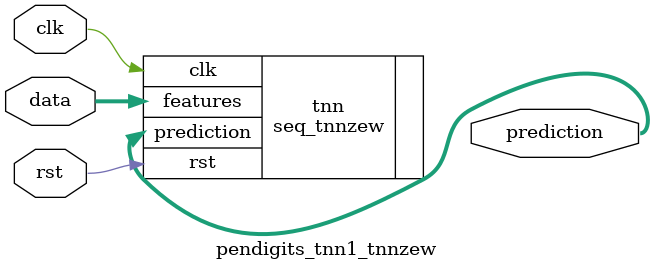
<source format=v>













module pendigits_tnn1_tnnzew #(

parameter FEAT_CNT = 16,
parameter HIDDEN_CNT = 40,
parameter FEAT_BITS = 4,
parameter CLASS_CNT = 10,
parameter TEST_CNT = 1000




  ) (
  input clk,
  input rst,
  input [FEAT_CNT*FEAT_BITS-1:0] data,
  output [$clog2(CLASS_CNT)-1:0] prediction
  );

  seq_tnnzew #(
      .FEAT_CNT(FEAT_CNT),.FEAT_BITS(FEAT_BITS),.HIDDEN_CNT(HIDDEN_CNT),.CLASS_CNT(CLASS_CNT),
  .SPARSE_VALS(640'b0100100000101010010010000000101001100001000010101001001000010001000100000000000010010010100000010100100100100101100010101111010001001101110000001011001010100101010110100000001110101001000010101111101100010000010010100101001010100000000110100000010000000110010000010011100010001011110100000110110110000010101000000000101010100100000110100001000000011010110000101011110010110000000011010100101000000000111010001111010010100001100000000100000101101000010000000000111011111000000100110001000001011000010010101100000010101100000001100001011000000001101000000010011000000000000110101110111110000101000100000101101010110010000000110101000001001001),
  .MASK(640'b1111100110101011111110101011111111110001100110111011001100010011101110011010010011011011100000111110100101101111101011111111010111001111111110101011101111111111111110110101111110111011001111111111111100011111010111111111111111111111100110101110111000010110111111110011101110011011110110111111110110011110111110101000101111111110101110110011101010011010111101111011111011111111010111011111101010000001111011011111111111101001100000001111111101101011110101110001111011111011101101111111100011111101111110101111000111111100100011101111111101000001111011101110011010100000100111111111111111011111111110100111111111110011010000111111110101101101),
  .NONZERO_CNT(320'h0b0d0a0808090b0c0c0e0d0c0d0e0c090d0b0c0a0d080d0d080e060d0a0d0c0b0a0a0b080f0d090c),
  .WIDTHS(320'h07080707080707080707070808080808080807070707080807080708070808070808070708070807),
  .SPARSE_VALS2(208'b0111001101000010010001110110101010101100000001110111100101000001100011101000110111110011111010001010111010111000100010011010000011011010101010110100110011011100010101011001000111100100000000100010000010100101),  // Bits of not-zeroes
  .COL_INDICES(1664'h25201f1e191716151311100f0c070605040327252322201e1d1c1b1a191817151211100f0e0d0b080604241f1d1c1b191817150e0c0706040302002522201b191817161514131211100f0e0c0b0a080706050127231f1e1a1816110f0e0c0a0907020100272321201f1e1d1c1b1a1716151413110f0e0d0b0a0503021f1e1d1c171615130f0e0c0a090806050403020100271e1c191714130f0e0d0c0b0807060504030201002321201c1a17161312110f0e0c0a0908070605010027201d1b1817161312110e0c0b0a08070504030201), // Column of non-zeros
  .ROW_PTRS(88'hd0bea6957d6c543f2a1500) // Column of non-zeros // Start indices per row
      ) tnn (
    .clk(clk),
    .rst(rst),
    .features(data),
    .prediction(prediction)
  );

endmodule

</source>
